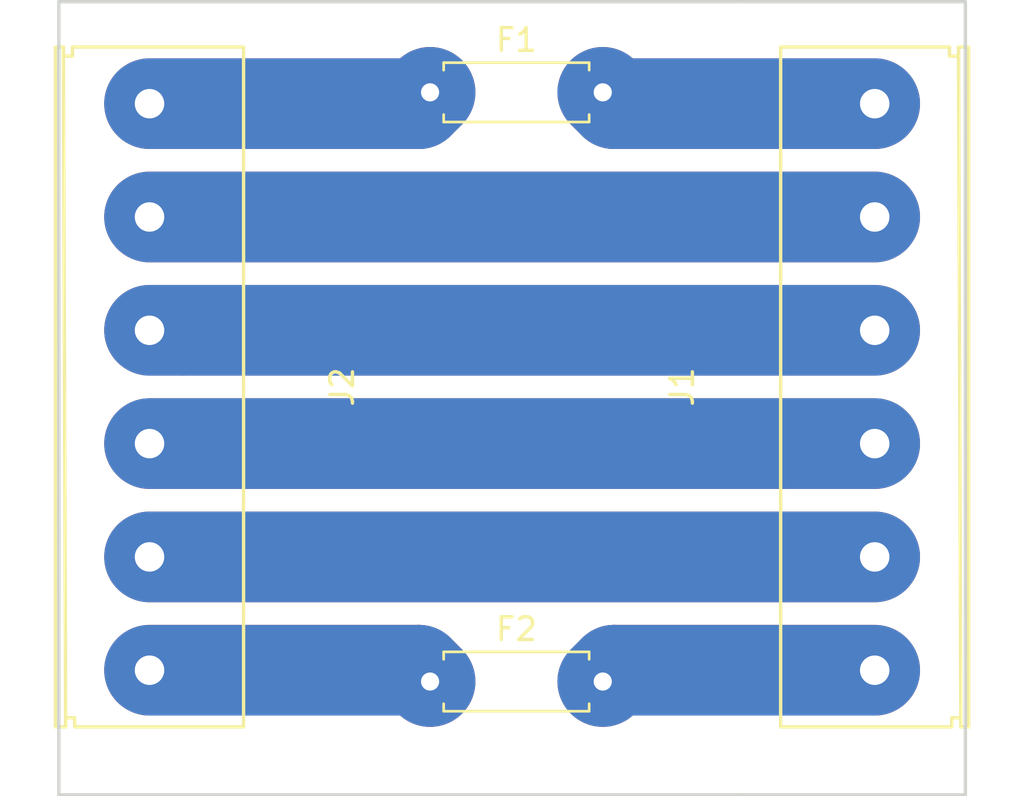
<source format=kicad_pcb>
(kicad_pcb (version 4) (host pcbnew 4.0.7)

  (general
    (links 8)
    (no_connects 0)
    (area 167.275 69.924999 212.825 105.075001)
    (thickness 1.6)
    (drawings 6)
    (tracks 25)
    (zones 0)
    (modules 4)
    (nets 9)
  )

  (page A4)
  (layers
    (0 F.Cu signal)
    (31 B.Cu signal)
    (32 B.Adhes user)
    (33 F.Adhes user)
    (34 B.Paste user)
    (35 F.Paste user)
    (36 B.SilkS user)
    (37 F.SilkS user)
    (38 B.Mask user)
    (39 F.Mask user)
    (40 Dwgs.User user)
    (41 Cmts.User user)
    (42 Eco1.User user)
    (43 Eco2.User user)
    (44 Edge.Cuts user)
    (45 Margin user)
    (46 B.CrtYd user)
    (47 F.CrtYd user)
    (48 B.Fab user)
    (49 F.Fab user)
  )

  (setup
    (last_trace_width 0.25)
    (user_trace_width 2)
    (user_trace_width 4)
    (user_trace_width 6)
    (trace_clearance 0.2)
    (zone_clearance 0.508)
    (zone_45_only no)
    (trace_min 0.2)
    (segment_width 0.2)
    (edge_width 0.15)
    (via_size 0.6)
    (via_drill 0.4)
    (via_min_size 0.4)
    (via_min_drill 0.3)
    (uvia_size 0.3)
    (uvia_drill 0.1)
    (uvias_allowed no)
    (uvia_min_size 0.2)
    (uvia_min_drill 0.1)
    (pcb_text_width 0.3)
    (pcb_text_size 1.5 1.5)
    (mod_edge_width 0.15)
    (mod_text_size 1 1)
    (mod_text_width 0.15)
    (pad_size 1.524 1.524)
    (pad_drill 0.762)
    (pad_to_mask_clearance 0.2)
    (aux_axis_origin 0 0)
    (visible_elements 7FFFFFFF)
    (pcbplotparams
      (layerselection 0x010f0_80000001)
      (usegerberextensions false)
      (excludeedgelayer true)
      (linewidth 0.100000)
      (plotframeref false)
      (viasonmask false)
      (mode 1)
      (useauxorigin false)
      (hpglpennumber 1)
      (hpglpenspeed 20)
      (hpglpendiameter 15)
      (hpglpenoverlay 2)
      (psnegative false)
      (psa4output false)
      (plotreference true)
      (plotvalue true)
      (plotinvisibletext false)
      (padsonsilk false)
      (subtractmaskfromsilk false)
      (outputformat 1)
      (mirror false)
      (drillshape 0)
      (scaleselection 1)
      (outputdirectory Gerbers/))
  )

  (net 0 "")
  (net 1 "Net-(F1-Pad1)")
  (net 2 /M1A)
  (net 3 "Net-(F2-Pad1)")
  (net 4 /M2B)
  (net 5 /M1B)
  (net 6 /B+)
  (net 7 /B-)
  (net 8 /M2A)

  (net_class Default "This is the default net class."
    (clearance 0.2)
    (trace_width 0.25)
    (via_dia 0.6)
    (via_drill 0.4)
    (uvia_dia 0.3)
    (uvia_drill 0.1)
    (add_net /B+)
    (add_net /B-)
    (add_net /M1A)
    (add_net /M1B)
    (add_net /M2A)
    (add_net /M2B)
    (add_net "Net-(F1-Pad1)")
    (add_net "Net-(F2-Pad1)")
  )

  (module Resistors_THT:R_Axial_DIN0207_L6.3mm_D2.5mm_P7.62mm_Horizontal (layer F.Cu) (tedit 5874F706) (tstamp 5A5FF305)
    (at 186.38 74)
    (descr "Resistor, Axial_DIN0207 series, Axial, Horizontal, pin pitch=7.62mm, 0.25W = 1/4W, length*diameter=6.3*2.5mm^2, http://cdn-reichelt.de/documents/datenblatt/B400/1_4W%23YAG.pdf")
    (tags "Resistor Axial_DIN0207 series Axial Horizontal pin pitch 7.62mm 0.25W = 1/4W length 6.3mm diameter 2.5mm")
    (path /5A5FC361)
    (fp_text reference F1 (at 3.81 -2.31) (layer F.SilkS)
      (effects (font (size 1 1) (thickness 0.15)))
    )
    (fp_text value Polyfuse (at 3.81 2.31) (layer F.Fab)
      (effects (font (size 1 1) (thickness 0.15)))
    )
    (fp_line (start 0.66 -1.25) (end 0.66 1.25) (layer F.Fab) (width 0.1))
    (fp_line (start 0.66 1.25) (end 6.96 1.25) (layer F.Fab) (width 0.1))
    (fp_line (start 6.96 1.25) (end 6.96 -1.25) (layer F.Fab) (width 0.1))
    (fp_line (start 6.96 -1.25) (end 0.66 -1.25) (layer F.Fab) (width 0.1))
    (fp_line (start 0 0) (end 0.66 0) (layer F.Fab) (width 0.1))
    (fp_line (start 7.62 0) (end 6.96 0) (layer F.Fab) (width 0.1))
    (fp_line (start 0.6 -0.98) (end 0.6 -1.31) (layer F.SilkS) (width 0.12))
    (fp_line (start 0.6 -1.31) (end 7.02 -1.31) (layer F.SilkS) (width 0.12))
    (fp_line (start 7.02 -1.31) (end 7.02 -0.98) (layer F.SilkS) (width 0.12))
    (fp_line (start 0.6 0.98) (end 0.6 1.31) (layer F.SilkS) (width 0.12))
    (fp_line (start 0.6 1.31) (end 7.02 1.31) (layer F.SilkS) (width 0.12))
    (fp_line (start 7.02 1.31) (end 7.02 0.98) (layer F.SilkS) (width 0.12))
    (fp_line (start -1.05 -1.6) (end -1.05 1.6) (layer F.CrtYd) (width 0.05))
    (fp_line (start -1.05 1.6) (end 8.7 1.6) (layer F.CrtYd) (width 0.05))
    (fp_line (start 8.7 1.6) (end 8.7 -1.6) (layer F.CrtYd) (width 0.05))
    (fp_line (start 8.7 -1.6) (end -1.05 -1.6) (layer F.CrtYd) (width 0.05))
    (pad 1 thru_hole circle (at 0 0) (size 1.6 1.6) (drill 0.8) (layers *.Cu *.Mask)
      (net 1 "Net-(F1-Pad1)"))
    (pad 2 thru_hole oval (at 7.62 0) (size 1.6 1.6) (drill 0.8) (layers *.Cu *.Mask)
      (net 2 /M1A))
    (model ${KISYS3DMOD}/Resistors_THT.3dshapes/R_Axial_DIN0207_L6.3mm_D2.5mm_P7.62mm_Horizontal.wrl
      (at (xyz 0 0 0))
      (scale (xyz 0.393701 0.393701 0.393701))
      (rotate (xyz 0 0 0))
    )
  )

  (module Resistors_THT:R_Axial_DIN0207_L6.3mm_D2.5mm_P7.62mm_Horizontal (layer F.Cu) (tedit 5874F706) (tstamp 5A5FF30B)
    (at 186.38 100)
    (descr "Resistor, Axial_DIN0207 series, Axial, Horizontal, pin pitch=7.62mm, 0.25W = 1/4W, length*diameter=6.3*2.5mm^2, http://cdn-reichelt.de/documents/datenblatt/B400/1_4W%23YAG.pdf")
    (tags "Resistor Axial_DIN0207 series Axial Horizontal pin pitch 7.62mm 0.25W = 1/4W length 6.3mm diameter 2.5mm")
    (path /5A5FC3A4)
    (fp_text reference F2 (at 3.81 -2.31) (layer F.SilkS)
      (effects (font (size 1 1) (thickness 0.15)))
    )
    (fp_text value Polyfuse (at 3.81 2.31) (layer F.Fab)
      (effects (font (size 1 1) (thickness 0.15)))
    )
    (fp_line (start 0.66 -1.25) (end 0.66 1.25) (layer F.Fab) (width 0.1))
    (fp_line (start 0.66 1.25) (end 6.96 1.25) (layer F.Fab) (width 0.1))
    (fp_line (start 6.96 1.25) (end 6.96 -1.25) (layer F.Fab) (width 0.1))
    (fp_line (start 6.96 -1.25) (end 0.66 -1.25) (layer F.Fab) (width 0.1))
    (fp_line (start 0 0) (end 0.66 0) (layer F.Fab) (width 0.1))
    (fp_line (start 7.62 0) (end 6.96 0) (layer F.Fab) (width 0.1))
    (fp_line (start 0.6 -0.98) (end 0.6 -1.31) (layer F.SilkS) (width 0.12))
    (fp_line (start 0.6 -1.31) (end 7.02 -1.31) (layer F.SilkS) (width 0.12))
    (fp_line (start 7.02 -1.31) (end 7.02 -0.98) (layer F.SilkS) (width 0.12))
    (fp_line (start 0.6 0.98) (end 0.6 1.31) (layer F.SilkS) (width 0.12))
    (fp_line (start 0.6 1.31) (end 7.02 1.31) (layer F.SilkS) (width 0.12))
    (fp_line (start 7.02 1.31) (end 7.02 0.98) (layer F.SilkS) (width 0.12))
    (fp_line (start -1.05 -1.6) (end -1.05 1.6) (layer F.CrtYd) (width 0.05))
    (fp_line (start -1.05 1.6) (end 8.7 1.6) (layer F.CrtYd) (width 0.05))
    (fp_line (start 8.7 1.6) (end 8.7 -1.6) (layer F.CrtYd) (width 0.05))
    (fp_line (start 8.7 -1.6) (end -1.05 -1.6) (layer F.CrtYd) (width 0.05))
    (pad 1 thru_hole circle (at 0 0) (size 1.6 1.6) (drill 0.8) (layers *.Cu *.Mask)
      (net 3 "Net-(F2-Pad1)"))
    (pad 2 thru_hole oval (at 7.62 0) (size 1.6 1.6) (drill 0.8) (layers *.Cu *.Mask)
      (net 4 /M2B))
    (model ${KISYS3DMOD}/Resistors_THT.3dshapes/R_Axial_DIN0207_L6.3mm_D2.5mm_P7.62mm_Horizontal.wrl
      (at (xyz 0 0 0))
      (scale (xyz 0.393701 0.393701 0.393701))
      (rotate (xyz 0 0 0))
    )
  )

  (module custom_parts:1935200 (layer F.Cu) (tedit 5A5FEE26) (tstamp 5A5FF315)
    (at 206 87 270)
    (path /5A5FC3C8)
    (fp_text reference J1 (at 0 8.5 270) (layer F.SilkS)
      (effects (font (size 1 1) (thickness 0.15)))
    )
    (fp_text value Conn_01x06 (at 0 -5.75 270) (layer F.Fab)
      (effects (font (size 1 1) (thickness 0.15)))
    )
    (fp_line (start -14.6 -3.7) (end 14.6 -3.8) (layer F.SilkS) (width 0.15))
    (fp_line (start -15 -3.3) (end -15 4.1) (layer F.SilkS) (width 0.15))
    (fp_line (start -14.6 -3.3) (end -15 -3.3) (layer F.SilkS) (width 0.15))
    (fp_line (start -14.6 -3.7) (end -14.6 -3.3) (layer F.SilkS) (width 0.15))
    (fp_line (start -15 -3.7) (end -14.6 -3.7) (layer F.SilkS) (width 0.15))
    (fp_line (start -15 -4.1) (end -15 -3.7) (layer F.SilkS) (width 0.15))
    (fp_line (start 15 -3.4) (end 15 4.1) (layer F.SilkS) (width 0.15))
    (fp_line (start 14.6 -3.4) (end 15 -3.4) (layer F.SilkS) (width 0.15))
    (fp_line (start 14.6 -3.8) (end 14.6 -3.4) (layer F.SilkS) (width 0.15))
    (fp_line (start 15 -3.8) (end 14.6 -3.8) (layer F.SilkS) (width 0.15))
    (fp_line (start 15 -4.1) (end 15 -3.8) (layer F.SilkS) (width 0.15))
    (fp_line (start -15 4.15) (end 15 4.15) (layer F.SilkS) (width 0.15))
    (fp_line (start -15 -4.15) (end 15 -4.15) (layer F.SilkS) (width 0.15))
    (pad 1 thru_hole circle (at -12.5 0 270) (size 2.25 2.25) (drill 1.3) (layers *.Cu *.Mask)
      (net 2 /M1A))
    (pad 2 thru_hole circle (at -7.5 0 270) (size 2.25 2.25) (drill 1.3) (layers *.Cu *.Mask)
      (net 5 /M1B))
    (pad 3 thru_hole circle (at -2.5 0 270) (size 2.25 2.25) (drill 1.3) (layers *.Cu *.Mask)
      (net 6 /B+))
    (pad 4 thru_hole circle (at 2.5 0 270) (size 2.25 2.25) (drill 1.3) (layers *.Cu *.Mask)
      (net 7 /B-))
    (pad 5 thru_hole circle (at 7.5 0 270) (size 2.25 2.25) (drill 1.3) (layers *.Cu *.Mask)
      (net 8 /M2A))
    (pad 6 thru_hole circle (at 12.5 0 270) (size 2.25 2.25) (drill 1.3) (layers *.Cu *.Mask)
      (net 4 /M2B))
  )

  (module custom_parts:1935200 (layer F.Cu) (tedit 5A5FEE26) (tstamp 5A5FF31F)
    (at 174 87 90)
    (path /5A5FC3F6)
    (fp_text reference J2 (at 0 8.5 90) (layer F.SilkS)
      (effects (font (size 1 1) (thickness 0.15)))
    )
    (fp_text value Conn_01x06 (at 0 -5.75 90) (layer F.Fab)
      (effects (font (size 1 1) (thickness 0.15)))
    )
    (fp_line (start -14.6 -3.7) (end 14.6 -3.8) (layer F.SilkS) (width 0.15))
    (fp_line (start -15 -3.3) (end -15 4.1) (layer F.SilkS) (width 0.15))
    (fp_line (start -14.6 -3.3) (end -15 -3.3) (layer F.SilkS) (width 0.15))
    (fp_line (start -14.6 -3.7) (end -14.6 -3.3) (layer F.SilkS) (width 0.15))
    (fp_line (start -15 -3.7) (end -14.6 -3.7) (layer F.SilkS) (width 0.15))
    (fp_line (start -15 -4.1) (end -15 -3.7) (layer F.SilkS) (width 0.15))
    (fp_line (start 15 -3.4) (end 15 4.1) (layer F.SilkS) (width 0.15))
    (fp_line (start 14.6 -3.4) (end 15 -3.4) (layer F.SilkS) (width 0.15))
    (fp_line (start 14.6 -3.8) (end 14.6 -3.4) (layer F.SilkS) (width 0.15))
    (fp_line (start 15 -3.8) (end 14.6 -3.8) (layer F.SilkS) (width 0.15))
    (fp_line (start 15 -4.1) (end 15 -3.8) (layer F.SilkS) (width 0.15))
    (fp_line (start -15 4.15) (end 15 4.15) (layer F.SilkS) (width 0.15))
    (fp_line (start -15 -4.15) (end 15 -4.15) (layer F.SilkS) (width 0.15))
    (pad 1 thru_hole circle (at -12.5 0 90) (size 2.25 2.25) (drill 1.3) (layers *.Cu *.Mask)
      (net 3 "Net-(F2-Pad1)"))
    (pad 2 thru_hole circle (at -7.5 0 90) (size 2.25 2.25) (drill 1.3) (layers *.Cu *.Mask)
      (net 8 /M2A))
    (pad 3 thru_hole circle (at -2.5 0 90) (size 2.25 2.25) (drill 1.3) (layers *.Cu *.Mask)
      (net 7 /B-))
    (pad 4 thru_hole circle (at 2.5 0 90) (size 2.25 2.25) (drill 1.3) (layers *.Cu *.Mask)
      (net 6 /B+))
    (pad 5 thru_hole circle (at 7.5 0 90) (size 2.25 2.25) (drill 1.3) (layers *.Cu *.Mask)
      (net 5 /M1B))
    (pad 6 thru_hole circle (at 12.5 0 90) (size 2.25 2.25) (drill 1.3) (layers *.Cu *.Mask)
      (net 1 "Net-(F1-Pad1)"))
  )

  (gr_line (start 210 105) (end 200 105) (layer Edge.Cuts) (width 0.15))
  (gr_line (start 210 70) (end 210 105) (layer Edge.Cuts) (width 0.15))
  (gr_line (start 200 70) (end 210 70) (layer Edge.Cuts) (width 0.15))
  (gr_line (start 170 105) (end 170 70) (layer Edge.Cuts) (width 0.15))
  (gr_line (start 200 105) (end 170 105) (layer Edge.Cuts) (width 0.15))
  (gr_line (start 170 70) (end 200 70) (layer Edge.Cuts) (width 0.15))

  (segment (start 174 74.5) (end 185.88 74.5) (width 4) (layer B.Cu) (net 1))
  (segment (start 185.88 74.5) (end 186.38 74) (width 4) (layer B.Cu) (net 1))
  (segment (start 174 74.5) (end 185.88 74.5) (width 4) (layer F.Cu) (net 1))
  (segment (start 185.88 74.5) (end 186.38 74) (width 4) (layer F.Cu) (net 1))
  (segment (start 206 74.5) (end 194.5 74.5) (width 4) (layer B.Cu) (net 2))
  (segment (start 194.5 74.5) (end 194 74) (width 4) (layer B.Cu) (net 2))
  (segment (start 206 74.5) (end 194.5 74.5) (width 4) (layer F.Cu) (net 2))
  (segment (start 194.5 74.5) (end 194 74) (width 4) (layer F.Cu) (net 2))
  (segment (start 174 99.5) (end 185.88 99.5) (width 4) (layer B.Cu) (net 3))
  (segment (start 185.88 99.5) (end 186.38 100) (width 4) (layer B.Cu) (net 3))
  (segment (start 174 99.5) (end 185.88 99.5) (width 4) (layer F.Cu) (net 3))
  (segment (start 185.88 99.5) (end 186.38 100) (width 4) (layer F.Cu) (net 3))
  (segment (start 206 99.5) (end 194.5 99.5) (width 4) (layer B.Cu) (net 4))
  (segment (start 194.5 99.5) (end 194 100) (width 4) (layer B.Cu) (net 4))
  (segment (start 206 99.5) (end 194.5 99.5) (width 4) (layer F.Cu) (net 4))
  (segment (start 194.5 99.5) (end 194 100) (width 4) (layer F.Cu) (net 4))
  (segment (start 174 79.5) (end 206 79.5) (width 4) (layer B.Cu) (net 5))
  (segment (start 174 79.5) (end 206 79.5) (width 4) (layer F.Cu) (net 5))
  (segment (start 175.5 84.5) (end 174 84.5) (width 4) (layer B.Cu) (net 6))
  (segment (start 206 84.5) (end 175.5 84.5) (width 4) (layer B.Cu) (net 6))
  (segment (start 174 84.5) (end 206 84.5) (width 4) (layer F.Cu) (net 6))
  (segment (start 174 89.5) (end 206 89.5) (width 4) (layer B.Cu) (net 7))
  (segment (start 206 89.5) (end 174 89.5) (width 4) (layer F.Cu) (net 7))
  (segment (start 206 94.5) (end 174 94.5) (width 4) (layer B.Cu) (net 8))
  (segment (start 174 94.5) (end 206 94.5) (width 4) (layer F.Cu) (net 8))

)

</source>
